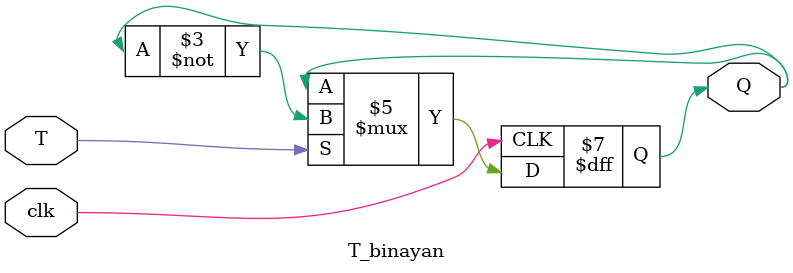
<source format=v>
module T_binayan(clk,T,Q);
input clk,T;
output Q;
reg Q;

always @(posedge clk)
	if(T==1'b1)
	Q<=~Q;
	else Q<=Q;
endmodule

</source>
